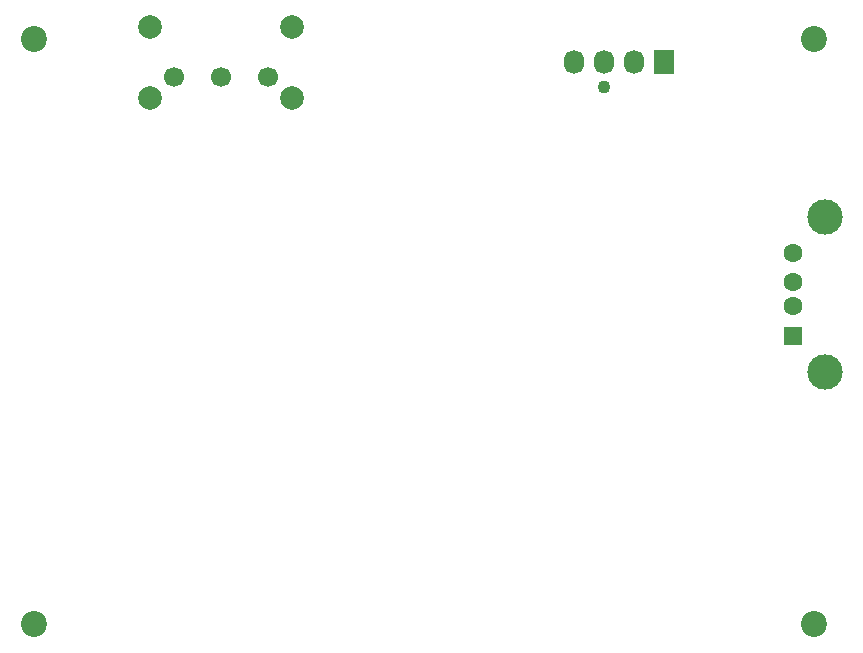
<source format=gbr>
%TF.GenerationSoftware,KiCad,Pcbnew,7.0.10*%
%TF.CreationDate,2024-01-12T17:51:54+01:00*%
%TF.ProjectId,LightDudu4Lila,4c696768-7444-4756-9475-344c696c612e,rev?*%
%TF.SameCoordinates,Original*%
%TF.FileFunction,Soldermask,Bot*%
%TF.FilePolarity,Negative*%
%FSLAX46Y46*%
G04 Gerber Fmt 4.6, Leading zero omitted, Abs format (unit mm)*
G04 Created by KiCad (PCBNEW 7.0.10) date 2024-01-12 17:51:54*
%MOMM*%
%LPD*%
G01*
G04 APERTURE LIST*
%ADD10C,2.000000*%
%ADD11C,1.700000*%
%ADD12R,1.500000X1.600000*%
%ADD13C,1.600000*%
%ADD14C,3.000000*%
%ADD15C,2.200000*%
%ADD16C,1.100000*%
%ADD17R,1.730000X2.030000*%
%ADD18O,1.730000X2.030000*%
G04 APERTURE END LIST*
D10*
%TO.C,SW1*%
X85375000Y-62075000D03*
X85375000Y-56075000D03*
X73375000Y-62075000D03*
X73375000Y-56075000D03*
D11*
X83375000Y-60325000D03*
X79375000Y-60325000D03*
X75375000Y-60325000D03*
%TD*%
D12*
%TO.C,J1*%
X127762000Y-82224000D03*
D13*
X127762000Y-79724000D03*
X127762000Y-77724000D03*
X127762000Y-75224000D03*
D14*
X130472000Y-85294000D03*
X130472000Y-72154000D03*
%TD*%
D15*
%TO.C,H3*%
X129540000Y-106680000D03*
%TD*%
D16*
%TO.C,J2*%
X111760000Y-61215000D03*
D17*
X116840000Y-59055000D03*
D18*
X114300000Y-59055000D03*
X111760000Y-59055000D03*
X109220000Y-59055000D03*
%TD*%
D15*
%TO.C,H1*%
X63500000Y-57150000D03*
%TD*%
%TO.C,H2*%
X129540000Y-57150000D03*
%TD*%
%TO.C,H4*%
X63500000Y-106680000D03*
%TD*%
M02*

</source>
